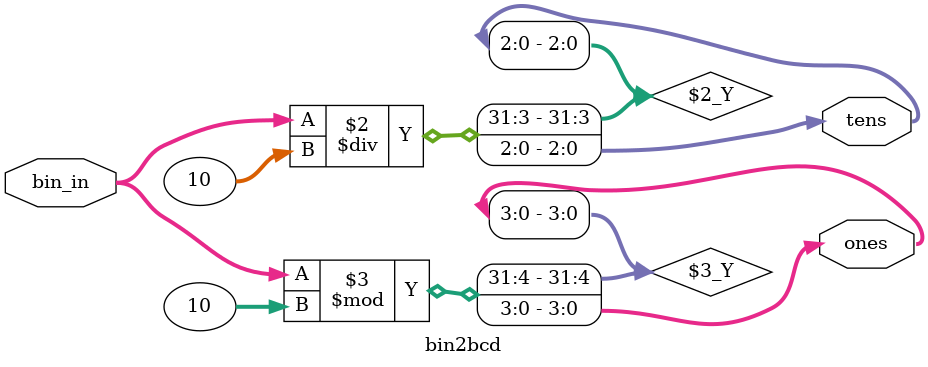
<source format=v>
`timescale 1ns / 1ps

module top_bin_clock(
    input clk_100MHz,       // from Basys 3
    input reset,            // btnC Basys 3
    input inc_mins,         // btnR Basys 3
    input inc_hrs,          // btnL Basys 3
    output [3:0] hours,     // Internal
    output sig_1Hz,         // Internal
    output [5:0] minutes    // Internal
    );
    
    wire w_1Hz;                                 // 1Hz signal
    wire inc_hrs_db, reset_db, inc_mins_db;     // debounced button signals
    wire w_inc_mins, w_inc_hrs;                 // mod to mod
    wire inc_mins_or, inc_hrs_or;               // from OR gates
    
    btn_debouncer bL(.clk_100MHz(clk_100MHz), .btn_in(inc_hrs), .btn_out(inc_hrs_db));
    btn_debouncer bC(.clk_100MHz(clk_100MHz), .btn_in(reset), .btn_out(reset_db));
    btn_debouncer bR(.clk_100MHz(clk_100MHz), .btn_in(inc_mins), .btn_out(inc_mins_db));
    oneHz_generator uno(.clk_100MHz(clk_100MHz), .clk_1Hz(w_1Hz));
    seconds sec(.clk_1Hz(w_1Hz), .reset(reset_db), .inc_minutes(w_inc_mins));
    minutes min(.inc_minutes(inc_mins_or), .reset(reset_db), .inc_hours(w_inc_hrs), .minutes(minutes));
    hours hr(.inc_hours(inc_hrs_or), .reset(reset_db), .hours(hours));
    
    assign inc_hrs_or = w_inc_hrs | inc_hrs_db;
    assign inc_mins_or = w_inc_mins | inc_mins_db;
    assign sig_1Hz = w_1Hz;
    
endmodule


module top_7seg_clock(
    input clk_100MHz,
    input reset,
    input inc_hrs,
    input inc_mins,
    output blink,
    output [0:6] seg,
    output [3:0] an
    );
    
    wire [3:0] v_hours;
    wire [5:0] v_minutes, hours_pad;
    wire [2:0] hrs_tens, mins_tens;
    wire [3:0] hrs_ones, mins_ones;
    
    // Binary Clock
    top_bin_clock bin(.clk_100MHz(clk_100MHz), .reset(reset), .inc_hrs(inc_hrs), .inc_mins(inc_mins),
                      .sig_1Hz(blink), .hours(v_hours), .minutes(v_minutes));
    
    // New modules for segment display
    bin2bcd hrs(.bin_in(hours_pad), .tens(hrs_tens), .ones(hrs_ones));
    bin2bcd mins(.bin_in(v_minutes), .tens(mins_tens), .ones(mins_ones));
    seg7_control seg7(.clk_100MHz(clk_100MHz), .reset(reset), .hrs_tens(hrs_tens), .hrs_ones(hrs_ones), .mins_tens(mins_tens), 
                      .mins_ones(mins_ones), .seg(seg), .an(an));
    
    assign hours_pad = {2'b00, v_hours};     // Pad hours vector with zeros to size for bin2bcd
    
endmodule


module seg7_control(
    input clk_100MHz,
    input reset,
    input [2:0] hrs_tens,
    input [3:0] hrs_ones,
    input [2:0] mins_tens,
    input [3:0] mins_ones,
    output reg [0:6] seg,
    output reg [3:0] an
    );
    
    // Parameters for segment values
    parameter NULL  = 7'b111_1111;  // Turn off all segments
    parameter ZERO  = 7'b000_0001;  // 0
    parameter ONE   = 7'b100_1111;  // 1
    parameter TWO   = 7'b001_0010;  // 2 
    parameter THREE = 7'b000_0110;  // 3
    parameter FOUR  = 7'b100_1100;  // 4
    parameter FIVE  = 7'b010_0100;  // 5
    parameter SIX   = 7'b010_0000;  // 6
    parameter SEVEN = 7'b000_1111;  // 7
    parameter EIGHT = 7'b000_0000;  // 8
    parameter NINE  = 7'b000_0100;  // 9
    
    
    // To select each anode in turn
        reg [1:0] anode_select;
        reg [16:0] anode_timer;
        
        always @(posedge clk_100MHz or posedge reset) begin
            if(reset) begin
                anode_select <= 0;
                anode_timer <= 0; 
            end
            else
                if(anode_timer == 99_999) begin
                    anode_timer <= 0;
                    anode_select <=  anode_select + 1;
                end
                else
                    anode_timer <=  anode_timer + 1;
        end
        
        always @(anode_select) begin
            case(anode_select) 
                2'b00 : an = 4'b0111;
                2'b01 : an = 4'b1011;
                2'b10 : an = 4'b1101;
                2'b11 : an = 4'b1110;
            endcase
        end
    
    // To drive the segments
    always @*
        case(anode_select)
            2'b00 : begin       // HOURS TENS DIGIT
                        case(hrs_tens)
                            3'b000 : seg = NULL;
                            3'b001 : seg = ONE;
                        endcase
                    end
                    
            2'b01 : begin       // HOURS ONES DIGIT
                        case(hrs_ones)
                            4'b0000 : seg = ZERO;
                            4'b0001 : seg = ONE;
                            4'b0010 : seg = TWO;
                            4'b0011 : seg = THREE;
                            4'b0100 : seg = FOUR;
                            4'b0101 : seg = FIVE;
                            4'b0110 : seg = SIX;
                            4'b0111 : seg = SEVEN;
                            4'b1000 : seg = EIGHT;
                            4'b1001 : seg = NINE;
                        endcase
                    end
                    
            2'b10 : begin       // MINUTES TENS DIGIT
                        case(mins_tens)
                            3'b000 : seg = ZERO;
                            3'b001 : seg = ONE;
                            3'b010 : seg = TWO;
                            3'b011 : seg = THREE;
                            3'b100 : seg = FOUR;
                            3'b101 : seg = FIVE;
                        endcase
                    end
                    
            2'b11 : begin       // MINUTES ONES DIGIT
                        case(mins_ones)
                            4'b0000 : seg = ZERO;
                            4'b0001 : seg = ONE;
                            4'b0010 : seg = TWO;
                            4'b0011 : seg = THREE;
                            4'b0100 : seg = FOUR;
                            4'b0101 : seg = FIVE;
                            4'b0110 : seg = SIX;
                            4'b0111 : seg = SEVEN;
                            4'b1000 : seg = EIGHT;
                            4'b1001 : seg = NINE;
                        endcase
                    end
        endcase
  
endmodule


module seconds(
    input clk_1Hz,      // From oneHz_generator
    input reset,
    output inc_minutes  // To minutes
    );
    
    reg [5:0] sec_ctr = 0;
    
    always @(posedge clk_1Hz or posedge reset) begin
        if(reset)
            sec_ctr <= 0;
        else
            if(sec_ctr == 59) 
                sec_ctr <= 0;
            else
                sec_ctr <= sec_ctr + 1;
    end
    
    assign inc_minutes = (sec_ctr == 59) ? 1 : 0;
    
endmodule


module oneHz_generator(
    input clk_100MHz,       // 100MHz BASYS 3
    output clk_1Hz
    );
    
    reg [25:0] counter_reg = 0;
    reg clk_out_reg = 0;
    
    always @(posedge clk_100MHz) begin
        if(counter_reg == 49_999_999) begin
            counter_reg <= 0;
            clk_out_reg <= ~clk_out_reg;
        end
        else
            counter_reg <= counter_reg + 1;
    end
    
    assign clk_1Hz = clk_out_reg;
    
endmodule

module minutes(
    input inc_minutes,      // From seconds
    input reset,
    output inc_hours,       // To hours
    output [5:0] minutes    // For LEDs
    );
    
    reg [5:0] min_ctr = 0;
    
    always @(negedge inc_minutes or posedge reset) begin
        if(reset)
            min_ctr <= 0;
        else
            if(min_ctr == 59)
                min_ctr <= 0;
            else
                min_ctr <= min_ctr + 1;
    end
    
    assign inc_hours = (min_ctr == 59) ? 1 : 0;
    assign minutes = min_ctr;
    
endmodule


module hours(
    input inc_hours,        // From minutes
    input reset,
    output [3:0] hours
    );
    
    reg [3:0] hrs_ctr = 12;
    
    always @(negedge inc_hours or posedge reset) begin
        if(reset)
            hrs_ctr <= 12;
        else
            if(hrs_ctr == 12)
                hrs_ctr <= 1;
            else
                hrs_ctr <= hrs_ctr + 1;
    end
    
    assign hours = hrs_ctr;
    
endmodule


module btn_debouncer(
    input clk_100MHz,
    input btn_in,
    output btn_out
    );
    
    reg temp1, temp2, temp3;
    
    always @(posedge clk_100MHz) begin
        temp1 <= btn_in;
        temp2 <= temp1;
        temp3 <= temp2;
    end
    
    assign btn_out = temp3;
    
endmodule



module bin2bcd(
    input [5:0] bin_in,
    output reg [2:0] tens,      // max value 101
    output reg [3:0] ones       // max value 1001
    );
    
    always @* begin
        tens <= bin_in / 10;
        ones <= bin_in % 10;
    end
    
endmodule
</source>
